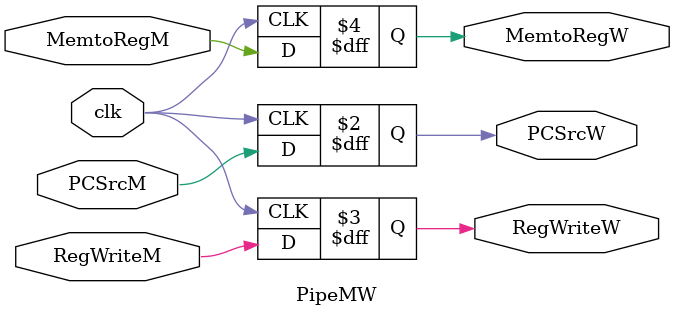
<source format=sv>
module PipeMW (input logic clk,
					input logic PCSrcM,RegWriteM,MemtoRegM,
					output logic PCSrcW,RegWriteW,MemtoRegW);
					
					
always_ff @(negedge clk)
	begin
		PCSrcW = PCSrcM;
		RegWriteW = RegWriteM;
		MemtoRegW = MemtoRegM;
	end
endmodule
	
</source>
